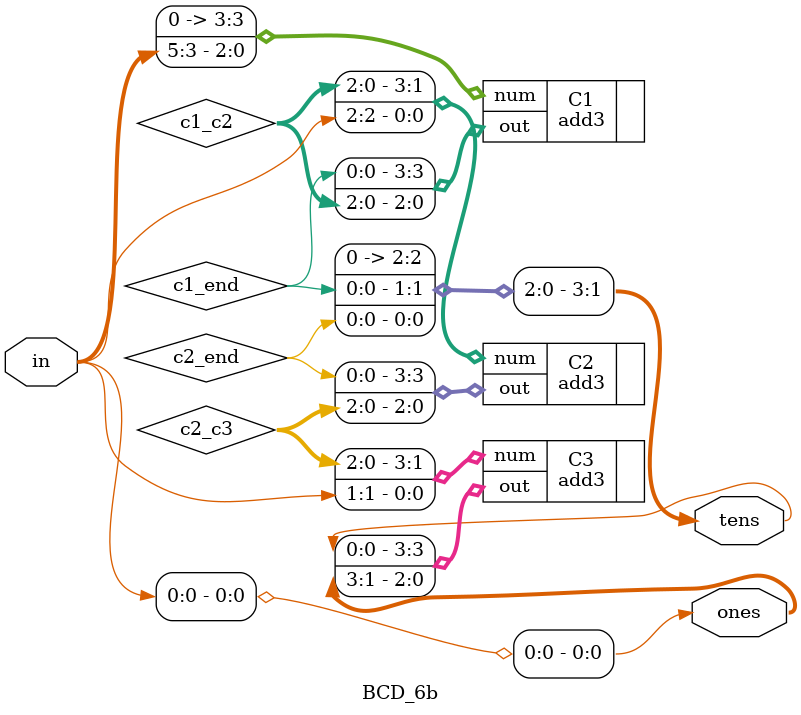
<source format=sv>
`timescale 1ns / 1ps

module BCD_6b(
    // InterfaceS
    input [5:0] in,
    output [3:0] ones,
    output [3:0] tens
    );
    
    // Internal Connections
    // Underscore means 'to'
    wire [2:0] c1_c2, c2_c3;
    wire c1_end, c2_end; 
    
    add3 C1(
        // This conatenates vectors so that 0 can be given
        // to the add3 
        .num({1'b0, in[5:3]}),
        .out({c1_end, c1_c2})
    );
    
    add3 C2(
        .num({c1_c2 ,in[2]}),
        .out({c2_end, c2_c3})
    );
    
    add3 C3(
        .num({c2_c3 ,in[1]}),
        .out({tens[0], ones[3:1]})
    );
    
    // Leftover assignments and constants
    assign ones[0] = in[0];
    assign tens[1] = c2_end;
    assign tens[2] = c1_end;
    assign tens[3] = 1'b0;
    
    
endmodule

</source>
